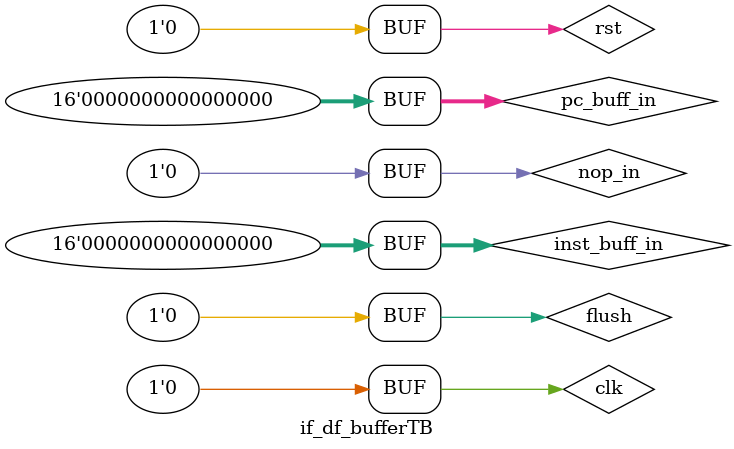
<source format=v>
`timescale 1ns / 1ps


module if_df_bufferTB;

	// Inputs
	reg clk;
	reg rst;
	reg flush;
	reg [15:0] pc_buff_in;
	reg [15:0] inst_buff_in;
	reg nop_in;

	// Outputs
	wire [15:0] pc_buff_out;
	wire [15:0] inst_buff_out;

	// Instantiate the Unit Under Test (UUT)
	if_df_buffer uut (
		.clk(clk), 
		.rst(rst), 
		.flush(flush), 
		.pc_buff_in(pc_buff_in), 
		.inst_buff_in(inst_buff_in), 
		.nop_in(nop_in), 
		.pc_buff_out(pc_buff_out), 
		.inst_buff_out(inst_buff_out)
	);

	initial begin
		// Initialize Inputs
		clk = 0;
		rst = 0;
		flush = 0;
		pc_buff_in = 0;
		inst_buff_in = 0;
		nop_in = 0;

		// Wait 100 ns for global reset to finish
		#100;
        
		// Add stimulus here

	end
      
endmodule


</source>
